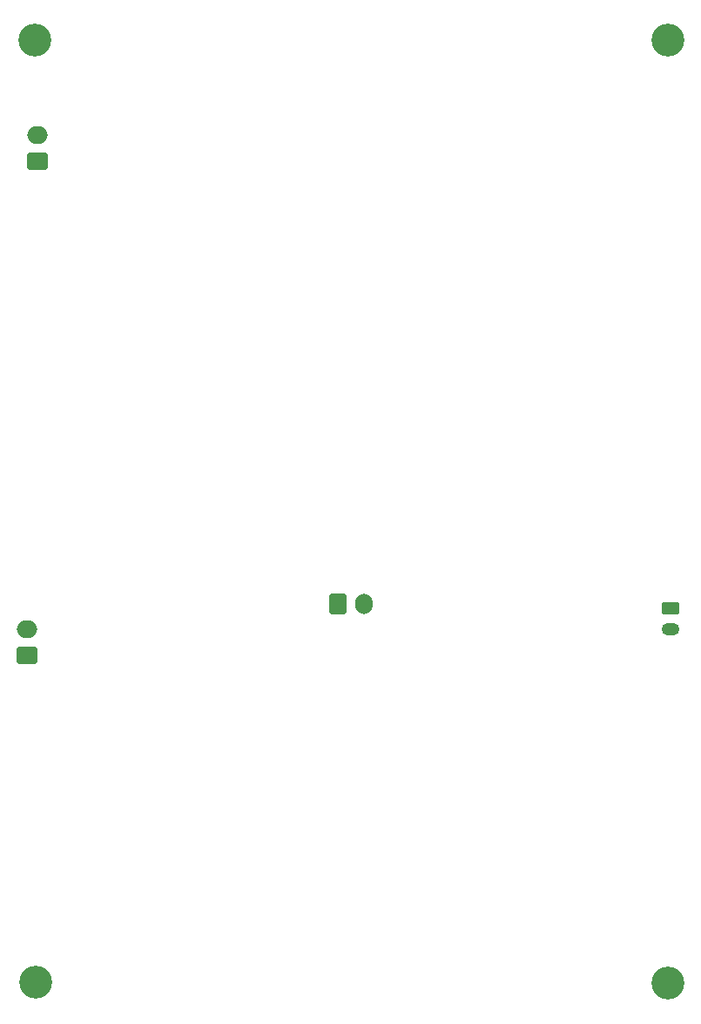
<source format=gbr>
%TF.GenerationSoftware,KiCad,Pcbnew,7.0.5-7.0.5~ubuntu22.04.1*%
%TF.CreationDate,2024-06-06T16:52:37+01:00*%
%TF.ProjectId,PBA0055-APRS-digirepeater-backplane-100x70,50424130-3035-4352-9d41-5052532d6469,rev?*%
%TF.SameCoordinates,Original*%
%TF.FileFunction,Soldermask,Bot*%
%TF.FilePolarity,Negative*%
%FSLAX46Y46*%
G04 Gerber Fmt 4.6, Leading zero omitted, Abs format (unit mm)*
G04 Created by KiCad (PCBNEW 7.0.5-7.0.5~ubuntu22.04.1) date 2024-06-06 16:52:37*
%MOMM*%
%LPD*%
G01*
G04 APERTURE LIST*
G04 Aperture macros list*
%AMRoundRect*
0 Rectangle with rounded corners*
0 $1 Rounding radius*
0 $2 $3 $4 $5 $6 $7 $8 $9 X,Y pos of 4 corners*
0 Add a 4 corners polygon primitive as box body*
4,1,4,$2,$3,$4,$5,$6,$7,$8,$9,$2,$3,0*
0 Add four circle primitives for the rounded corners*
1,1,$1+$1,$2,$3*
1,1,$1+$1,$4,$5*
1,1,$1+$1,$6,$7*
1,1,$1+$1,$8,$9*
0 Add four rect primitives between the rounded corners*
20,1,$1+$1,$2,$3,$4,$5,0*
20,1,$1+$1,$4,$5,$6,$7,0*
20,1,$1+$1,$6,$7,$8,$9,0*
20,1,$1+$1,$8,$9,$2,$3,0*%
G04 Aperture macros list end*
%ADD10C,3.200000*%
%ADD11RoundRect,0.250000X-0.600000X-0.750000X0.600000X-0.750000X0.600000X0.750000X-0.600000X0.750000X0*%
%ADD12O,1.700000X2.000000*%
%ADD13RoundRect,0.250000X0.750000X-0.600000X0.750000X0.600000X-0.750000X0.600000X-0.750000X-0.600000X0*%
%ADD14O,2.000000X1.700000*%
%ADD15RoundRect,0.250000X-0.625000X0.350000X-0.625000X-0.350000X0.625000X-0.350000X0.625000X0.350000X0*%
%ADD16O,1.750000X1.200000*%
G04 APERTURE END LIST*
D10*
%TO.C,H2*%
X171100000Y-53250000D03*
%TD*%
D11*
%TO.C,J2*%
X139000000Y-108050000D03*
D12*
X141500000Y-108050000D03*
%TD*%
D13*
%TO.C,J6*%
X108750000Y-113000000D03*
D14*
X108750000Y-110500000D03*
%TD*%
D15*
%TO.C,J1*%
X171300000Y-108450000D03*
D16*
X171300000Y-110450000D03*
%TD*%
D10*
%TO.C,H3*%
X109600000Y-144750000D03*
%TD*%
D13*
%TO.C,J4*%
X109750000Y-65000000D03*
D14*
X109750000Y-62500000D03*
%TD*%
D10*
%TO.C,H1*%
X109500000Y-53250000D03*
%TD*%
%TO.C,H4*%
X171100000Y-144850000D03*
%TD*%
M02*

</source>
